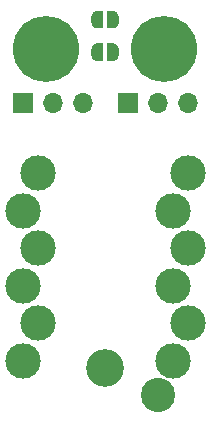
<source format=gbr>
%TF.GenerationSoftware,KiCad,Pcbnew,(5.1.9-0-10_14)*%
%TF.CreationDate,2021-03-13T12:52:40+01:00*%
%TF.ProjectId,Klinke Dual,4b6c696e-6b65-4204-9475-616c2e6b6963,rev?*%
%TF.SameCoordinates,Original*%
%TF.FileFunction,Soldermask,Top*%
%TF.FilePolarity,Negative*%
%FSLAX46Y46*%
G04 Gerber Fmt 4.6, Leading zero omitted, Abs format (unit mm)*
G04 Created by KiCad (PCBNEW (5.1.9-0-10_14)) date 2021-03-13 12:52:40*
%MOMM*%
%LPD*%
G01*
G04 APERTURE LIST*
%ADD10O,1.700000X1.700000*%
%ADD11R,1.700000X1.700000*%
%ADD12C,3.200000*%
%ADD13C,3.000000*%
%ADD14C,2.900000*%
%ADD15C,5.600000*%
%ADD16C,0.100000*%
G04 APERTURE END LIST*
D10*
%TO.C,J2*%
X156985000Y-88570000D03*
X154445000Y-88570000D03*
D11*
X151905000Y-88570000D03*
%TD*%
D12*
%TO.C,H3*%
X150000000Y-111000000D03*
%TD*%
D13*
%TO.C,J1*%
X143030000Y-104050000D03*
X144300000Y-100870000D03*
X155730000Y-104050000D03*
X157000000Y-100870000D03*
X143030000Y-110390000D03*
X144300000Y-107220000D03*
X143030000Y-97700000D03*
X144300000Y-94520000D03*
X155730000Y-110390000D03*
X157000000Y-107220000D03*
X155730000Y-97700000D03*
X157000000Y-94520000D03*
D14*
X154460000Y-113270000D03*
%TD*%
D15*
%TO.C,H1*%
X145000000Y-84000000D03*
%TD*%
%TO.C,H2*%
X155000000Y-84000000D03*
%TD*%
D16*
%TO.C,JP2*%
G36*
X149350000Y-84999398D02*
G01*
X149325466Y-84999398D01*
X149276635Y-84994588D01*
X149228510Y-84985016D01*
X149181555Y-84970772D01*
X149136222Y-84951995D01*
X149092949Y-84928864D01*
X149052150Y-84901604D01*
X149014221Y-84870476D01*
X148979524Y-84835779D01*
X148948396Y-84797850D01*
X148921136Y-84757051D01*
X148898005Y-84713778D01*
X148879228Y-84668445D01*
X148864984Y-84621490D01*
X148855412Y-84573365D01*
X148850602Y-84524534D01*
X148850602Y-84500000D01*
X148850000Y-84500000D01*
X148850000Y-84000000D01*
X148850602Y-84000000D01*
X148850602Y-83975466D01*
X148855412Y-83926635D01*
X148864984Y-83878510D01*
X148879228Y-83831555D01*
X148898005Y-83786222D01*
X148921136Y-83742949D01*
X148948396Y-83702150D01*
X148979524Y-83664221D01*
X149014221Y-83629524D01*
X149052150Y-83598396D01*
X149092949Y-83571136D01*
X149136222Y-83548005D01*
X149181555Y-83529228D01*
X149228510Y-83514984D01*
X149276635Y-83505412D01*
X149325466Y-83500602D01*
X149350000Y-83500602D01*
X149350000Y-83500000D01*
X149850000Y-83500000D01*
X149850000Y-85000000D01*
X149350000Y-85000000D01*
X149350000Y-84999398D01*
G37*
G36*
X150150000Y-83500000D02*
G01*
X150650000Y-83500000D01*
X150650000Y-83500602D01*
X150674534Y-83500602D01*
X150723365Y-83505412D01*
X150771490Y-83514984D01*
X150818445Y-83529228D01*
X150863778Y-83548005D01*
X150907051Y-83571136D01*
X150947850Y-83598396D01*
X150985779Y-83629524D01*
X151020476Y-83664221D01*
X151051604Y-83702150D01*
X151078864Y-83742949D01*
X151101995Y-83786222D01*
X151120772Y-83831555D01*
X151135016Y-83878510D01*
X151144588Y-83926635D01*
X151149398Y-83975466D01*
X151149398Y-84000000D01*
X151150000Y-84000000D01*
X151150000Y-84500000D01*
X151149398Y-84500000D01*
X151149398Y-84524534D01*
X151144588Y-84573365D01*
X151135016Y-84621490D01*
X151120772Y-84668445D01*
X151101995Y-84713778D01*
X151078864Y-84757051D01*
X151051604Y-84797850D01*
X151020476Y-84835779D01*
X150985779Y-84870476D01*
X150947850Y-84901604D01*
X150907051Y-84928864D01*
X150863778Y-84951995D01*
X150818445Y-84970772D01*
X150771490Y-84985016D01*
X150723365Y-84994588D01*
X150674534Y-84999398D01*
X150650000Y-84999398D01*
X150650000Y-85000000D01*
X150150000Y-85000000D01*
X150150000Y-83500000D01*
G37*
%TD*%
%TO.C,JP1*%
G36*
X149350000Y-82249398D02*
G01*
X149325466Y-82249398D01*
X149276635Y-82244588D01*
X149228510Y-82235016D01*
X149181555Y-82220772D01*
X149136222Y-82201995D01*
X149092949Y-82178864D01*
X149052150Y-82151604D01*
X149014221Y-82120476D01*
X148979524Y-82085779D01*
X148948396Y-82047850D01*
X148921136Y-82007051D01*
X148898005Y-81963778D01*
X148879228Y-81918445D01*
X148864984Y-81871490D01*
X148855412Y-81823365D01*
X148850602Y-81774534D01*
X148850602Y-81750000D01*
X148850000Y-81750000D01*
X148850000Y-81250000D01*
X148850602Y-81250000D01*
X148850602Y-81225466D01*
X148855412Y-81176635D01*
X148864984Y-81128510D01*
X148879228Y-81081555D01*
X148898005Y-81036222D01*
X148921136Y-80992949D01*
X148948396Y-80952150D01*
X148979524Y-80914221D01*
X149014221Y-80879524D01*
X149052150Y-80848396D01*
X149092949Y-80821136D01*
X149136222Y-80798005D01*
X149181555Y-80779228D01*
X149228510Y-80764984D01*
X149276635Y-80755412D01*
X149325466Y-80750602D01*
X149350000Y-80750602D01*
X149350000Y-80750000D01*
X149850000Y-80750000D01*
X149850000Y-82250000D01*
X149350000Y-82250000D01*
X149350000Y-82249398D01*
G37*
G36*
X150150000Y-80750000D02*
G01*
X150650000Y-80750000D01*
X150650000Y-80750602D01*
X150674534Y-80750602D01*
X150723365Y-80755412D01*
X150771490Y-80764984D01*
X150818445Y-80779228D01*
X150863778Y-80798005D01*
X150907051Y-80821136D01*
X150947850Y-80848396D01*
X150985779Y-80879524D01*
X151020476Y-80914221D01*
X151051604Y-80952150D01*
X151078864Y-80992949D01*
X151101995Y-81036222D01*
X151120772Y-81081555D01*
X151135016Y-81128510D01*
X151144588Y-81176635D01*
X151149398Y-81225466D01*
X151149398Y-81250000D01*
X151150000Y-81250000D01*
X151150000Y-81750000D01*
X151149398Y-81750000D01*
X151149398Y-81774534D01*
X151144588Y-81823365D01*
X151135016Y-81871490D01*
X151120772Y-81918445D01*
X151101995Y-81963778D01*
X151078864Y-82007051D01*
X151051604Y-82047850D01*
X151020476Y-82085779D01*
X150985779Y-82120476D01*
X150947850Y-82151604D01*
X150907051Y-82178864D01*
X150863778Y-82201995D01*
X150818445Y-82220772D01*
X150771490Y-82235016D01*
X150723365Y-82244588D01*
X150674534Y-82249398D01*
X150650000Y-82249398D01*
X150650000Y-82250000D01*
X150150000Y-82250000D01*
X150150000Y-80750000D01*
G37*
%TD*%
D10*
%TO.C,J3*%
X148095000Y-88570000D03*
X145555000Y-88570000D03*
D11*
X143015000Y-88570000D03*
%TD*%
M02*

</source>
